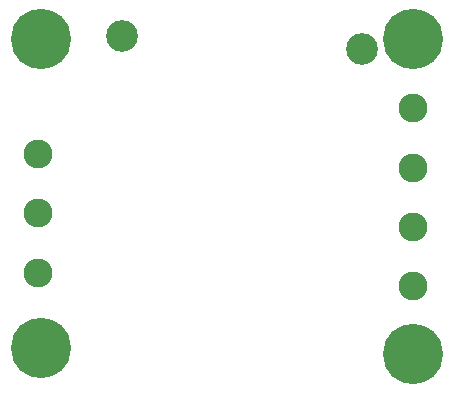
<source format=gbs>
G04*
G04 #@! TF.GenerationSoftware,Altium Limited,Altium Designer,20.1.11 (218)*
G04*
G04 Layer_Color=16711935*
%FSAX25Y25*%
%MOIN*%
G70*
G04*
G04 #@! TF.SameCoordinates,AF1D1C57-4470-4538-B61E-DA1F935373CC*
G04*
G04*
G04 #@! TF.FilePolarity,Negative*
G04*
G01*
G75*
%ADD28C,0.09646*%
%ADD29C,0.10591*%
%ADD30C,0.20079*%
D28*
X-0001000Y0025315D02*
D03*
Y0045000D02*
D03*
Y0064685D02*
D03*
X0124000Y0060315D02*
D03*
Y0040630D02*
D03*
Y0080000D02*
D03*
Y0020945D02*
D03*
D29*
X0107000Y0099900D02*
D03*
X0027000Y0104000D02*
D03*
D30*
X0000000Y0103000D02*
D03*
X0124000D02*
D03*
Y-0002000D02*
D03*
X0000000Y0000000D02*
D03*
M02*

</source>
